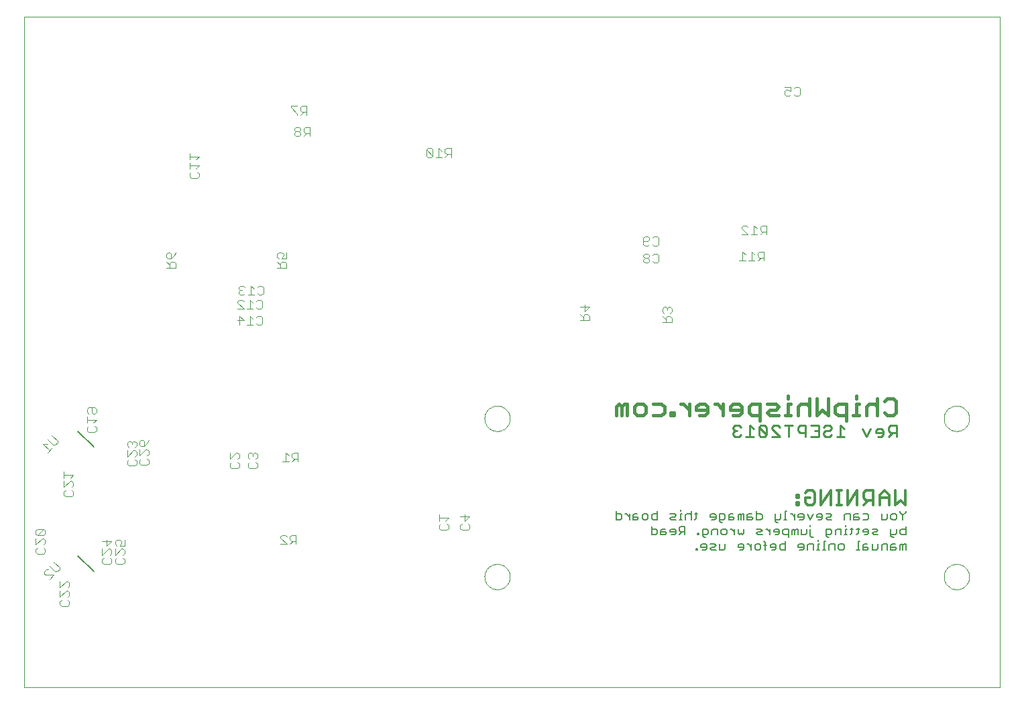
<source format=gbr>
G75*
%MOIN*%
%OFA0B0*%
%FSLAX24Y24*%
%IPPOS*%
%LPD*%
%AMOC8*
5,1,8,0,0,1.08239X$1,22.5*
%
%ADD10C,0.0000*%
%ADD11C,0.0160*%
%ADD12C,0.0110*%
%ADD13C,0.0140*%
%ADD14C,0.0080*%
%ADD15C,0.0040*%
%ADD16C,0.0050*%
D10*
X000650Y000650D02*
X000650Y034020D01*
X049142Y034020D01*
X049142Y000650D01*
X000650Y000650D01*
X023520Y006150D02*
X023522Y006200D01*
X023528Y006250D01*
X023538Y006299D01*
X023552Y006347D01*
X023569Y006394D01*
X023590Y006439D01*
X023615Y006483D01*
X023643Y006524D01*
X023675Y006563D01*
X023709Y006600D01*
X023746Y006634D01*
X023786Y006664D01*
X023828Y006691D01*
X023872Y006715D01*
X023918Y006736D01*
X023965Y006752D01*
X024013Y006765D01*
X024063Y006774D01*
X024112Y006779D01*
X024163Y006780D01*
X024213Y006777D01*
X024262Y006770D01*
X024311Y006759D01*
X024359Y006744D01*
X024405Y006726D01*
X024450Y006704D01*
X024493Y006678D01*
X024534Y006649D01*
X024573Y006617D01*
X024609Y006582D01*
X024641Y006544D01*
X024671Y006504D01*
X024698Y006461D01*
X024721Y006417D01*
X024740Y006371D01*
X024756Y006323D01*
X024768Y006274D01*
X024776Y006225D01*
X024780Y006175D01*
X024780Y006125D01*
X024776Y006075D01*
X024768Y006026D01*
X024756Y005977D01*
X024740Y005929D01*
X024721Y005883D01*
X024698Y005839D01*
X024671Y005796D01*
X024641Y005756D01*
X024609Y005718D01*
X024573Y005683D01*
X024534Y005651D01*
X024493Y005622D01*
X024450Y005596D01*
X024405Y005574D01*
X024359Y005556D01*
X024311Y005541D01*
X024262Y005530D01*
X024213Y005523D01*
X024163Y005520D01*
X024112Y005521D01*
X024063Y005526D01*
X024013Y005535D01*
X023965Y005548D01*
X023918Y005564D01*
X023872Y005585D01*
X023828Y005609D01*
X023786Y005636D01*
X023746Y005666D01*
X023709Y005700D01*
X023675Y005737D01*
X023643Y005776D01*
X023615Y005817D01*
X023590Y005861D01*
X023569Y005906D01*
X023552Y005953D01*
X023538Y006001D01*
X023528Y006050D01*
X023522Y006100D01*
X023520Y006150D01*
X023520Y014024D02*
X023522Y014074D01*
X023528Y014124D01*
X023538Y014173D01*
X023552Y014221D01*
X023569Y014268D01*
X023590Y014313D01*
X023615Y014357D01*
X023643Y014398D01*
X023675Y014437D01*
X023709Y014474D01*
X023746Y014508D01*
X023786Y014538D01*
X023828Y014565D01*
X023872Y014589D01*
X023918Y014610D01*
X023965Y014626D01*
X024013Y014639D01*
X024063Y014648D01*
X024112Y014653D01*
X024163Y014654D01*
X024213Y014651D01*
X024262Y014644D01*
X024311Y014633D01*
X024359Y014618D01*
X024405Y014600D01*
X024450Y014578D01*
X024493Y014552D01*
X024534Y014523D01*
X024573Y014491D01*
X024609Y014456D01*
X024641Y014418D01*
X024671Y014378D01*
X024698Y014335D01*
X024721Y014291D01*
X024740Y014245D01*
X024756Y014197D01*
X024768Y014148D01*
X024776Y014099D01*
X024780Y014049D01*
X024780Y013999D01*
X024776Y013949D01*
X024768Y013900D01*
X024756Y013851D01*
X024740Y013803D01*
X024721Y013757D01*
X024698Y013713D01*
X024671Y013670D01*
X024641Y013630D01*
X024609Y013592D01*
X024573Y013557D01*
X024534Y013525D01*
X024493Y013496D01*
X024450Y013470D01*
X024405Y013448D01*
X024359Y013430D01*
X024311Y013415D01*
X024262Y013404D01*
X024213Y013397D01*
X024163Y013394D01*
X024112Y013395D01*
X024063Y013400D01*
X024013Y013409D01*
X023965Y013422D01*
X023918Y013438D01*
X023872Y013459D01*
X023828Y013483D01*
X023786Y013510D01*
X023746Y013540D01*
X023709Y013574D01*
X023675Y013611D01*
X023643Y013650D01*
X023615Y013691D01*
X023590Y013735D01*
X023569Y013780D01*
X023552Y013827D01*
X023538Y013875D01*
X023528Y013924D01*
X023522Y013974D01*
X023520Y014024D01*
X046355Y014024D02*
X046357Y014074D01*
X046363Y014124D01*
X046373Y014173D01*
X046387Y014221D01*
X046404Y014268D01*
X046425Y014313D01*
X046450Y014357D01*
X046478Y014398D01*
X046510Y014437D01*
X046544Y014474D01*
X046581Y014508D01*
X046621Y014538D01*
X046663Y014565D01*
X046707Y014589D01*
X046753Y014610D01*
X046800Y014626D01*
X046848Y014639D01*
X046898Y014648D01*
X046947Y014653D01*
X046998Y014654D01*
X047048Y014651D01*
X047097Y014644D01*
X047146Y014633D01*
X047194Y014618D01*
X047240Y014600D01*
X047285Y014578D01*
X047328Y014552D01*
X047369Y014523D01*
X047408Y014491D01*
X047444Y014456D01*
X047476Y014418D01*
X047506Y014378D01*
X047533Y014335D01*
X047556Y014291D01*
X047575Y014245D01*
X047591Y014197D01*
X047603Y014148D01*
X047611Y014099D01*
X047615Y014049D01*
X047615Y013999D01*
X047611Y013949D01*
X047603Y013900D01*
X047591Y013851D01*
X047575Y013803D01*
X047556Y013757D01*
X047533Y013713D01*
X047506Y013670D01*
X047476Y013630D01*
X047444Y013592D01*
X047408Y013557D01*
X047369Y013525D01*
X047328Y013496D01*
X047285Y013470D01*
X047240Y013448D01*
X047194Y013430D01*
X047146Y013415D01*
X047097Y013404D01*
X047048Y013397D01*
X046998Y013394D01*
X046947Y013395D01*
X046898Y013400D01*
X046848Y013409D01*
X046800Y013422D01*
X046753Y013438D01*
X046707Y013459D01*
X046663Y013483D01*
X046621Y013510D01*
X046581Y013540D01*
X046544Y013574D01*
X046510Y013611D01*
X046478Y013650D01*
X046450Y013691D01*
X046425Y013735D01*
X046404Y013780D01*
X046387Y013827D01*
X046373Y013875D01*
X046363Y013924D01*
X046357Y013974D01*
X046355Y014024D01*
X046355Y006150D02*
X046357Y006200D01*
X046363Y006250D01*
X046373Y006299D01*
X046387Y006347D01*
X046404Y006394D01*
X046425Y006439D01*
X046450Y006483D01*
X046478Y006524D01*
X046510Y006563D01*
X046544Y006600D01*
X046581Y006634D01*
X046621Y006664D01*
X046663Y006691D01*
X046707Y006715D01*
X046753Y006736D01*
X046800Y006752D01*
X046848Y006765D01*
X046898Y006774D01*
X046947Y006779D01*
X046998Y006780D01*
X047048Y006777D01*
X047097Y006770D01*
X047146Y006759D01*
X047194Y006744D01*
X047240Y006726D01*
X047285Y006704D01*
X047328Y006678D01*
X047369Y006649D01*
X047408Y006617D01*
X047444Y006582D01*
X047476Y006544D01*
X047506Y006504D01*
X047533Y006461D01*
X047556Y006417D01*
X047575Y006371D01*
X047591Y006323D01*
X047603Y006274D01*
X047611Y006225D01*
X047615Y006175D01*
X047615Y006125D01*
X047611Y006075D01*
X047603Y006026D01*
X047591Y005977D01*
X047575Y005929D01*
X047556Y005883D01*
X047533Y005839D01*
X047506Y005796D01*
X047476Y005756D01*
X047444Y005718D01*
X047408Y005683D01*
X047369Y005651D01*
X047328Y005622D01*
X047285Y005596D01*
X047240Y005574D01*
X047194Y005556D01*
X047146Y005541D01*
X047097Y005530D01*
X047048Y005523D01*
X046998Y005520D01*
X046947Y005521D01*
X046898Y005526D01*
X046848Y005535D01*
X046800Y005548D01*
X046753Y005564D01*
X046707Y005585D01*
X046663Y005609D01*
X046621Y005636D01*
X046581Y005666D01*
X046544Y005700D01*
X046510Y005737D01*
X046478Y005776D01*
X046450Y005817D01*
X046425Y005861D01*
X046404Y005906D01*
X046387Y005953D01*
X046373Y006001D01*
X046363Y006050D01*
X046357Y006100D01*
X046355Y006150D01*
D11*
X041515Y013900D02*
X041515Y014740D01*
X041094Y014740D01*
X040954Y014600D01*
X040954Y014320D01*
X041094Y014180D01*
X041515Y014180D01*
X041848Y014180D02*
X042128Y014180D01*
X041988Y014180D02*
X041988Y014740D01*
X042128Y014740D01*
X041988Y015021D02*
X041988Y015161D01*
X042489Y014600D02*
X042629Y014740D01*
X042909Y014740D01*
X043049Y014600D01*
X043049Y014180D02*
X043049Y015021D01*
X043410Y014881D02*
X043550Y015021D01*
X043830Y015021D01*
X043970Y014881D01*
X043970Y014320D01*
X043830Y014180D01*
X043550Y014180D01*
X043410Y014320D01*
X042489Y014180D02*
X042489Y014600D01*
X040594Y014180D02*
X040314Y014460D01*
X040033Y014180D01*
X040033Y015021D01*
X039673Y015021D02*
X039673Y014180D01*
X039673Y014600D02*
X039533Y014740D01*
X039253Y014740D01*
X039113Y014600D01*
X039113Y014180D01*
X038752Y014180D02*
X038472Y014180D01*
X038612Y014180D02*
X038612Y014740D01*
X038752Y014740D01*
X038612Y015021D02*
X038612Y015161D01*
X038138Y014600D02*
X037998Y014740D01*
X037578Y014740D01*
X037718Y014460D02*
X037998Y014460D01*
X038138Y014600D01*
X038138Y014180D02*
X037718Y014180D01*
X037578Y014320D01*
X037718Y014460D01*
X037218Y014180D02*
X036797Y014180D01*
X036657Y014320D01*
X036657Y014600D01*
X036797Y014740D01*
X037218Y014740D01*
X037218Y013900D01*
X036297Y014320D02*
X036297Y014600D01*
X036157Y014740D01*
X035876Y014740D01*
X035736Y014600D01*
X035736Y014460D01*
X036297Y014460D01*
X036297Y014320D02*
X036157Y014180D01*
X035876Y014180D01*
X035376Y014180D02*
X035376Y014740D01*
X035376Y014460D02*
X035096Y014740D01*
X034956Y014740D01*
X034609Y014600D02*
X034469Y014740D01*
X034188Y014740D01*
X034048Y014600D01*
X034048Y014460D01*
X034609Y014460D01*
X034609Y014320D02*
X034609Y014600D01*
X034609Y014320D02*
X034469Y014180D01*
X034188Y014180D01*
X033688Y014180D02*
X033688Y014740D01*
X033688Y014460D02*
X033408Y014740D01*
X033268Y014740D01*
X032921Y014320D02*
X032780Y014320D01*
X032780Y014180D01*
X032921Y014180D01*
X032921Y014320D01*
X032460Y014320D02*
X032460Y014600D01*
X032320Y014740D01*
X031900Y014740D01*
X031539Y014600D02*
X031399Y014740D01*
X031119Y014740D01*
X030979Y014600D01*
X030979Y014320D01*
X031119Y014180D01*
X031399Y014180D01*
X031539Y014320D01*
X031539Y014600D01*
X031900Y014180D02*
X032320Y014180D01*
X032460Y014320D01*
X030619Y014180D02*
X030619Y014740D01*
X030478Y014740D01*
X030338Y014600D01*
X030198Y014740D01*
X030058Y014600D01*
X030058Y014180D01*
X030338Y014180D02*
X030338Y014600D01*
X040594Y015021D02*
X040594Y014180D01*
D12*
X040674Y013696D02*
X040477Y013696D01*
X040379Y013597D01*
X040477Y013400D02*
X040379Y013302D01*
X040379Y013203D01*
X040477Y013105D01*
X040674Y013105D01*
X040772Y013203D01*
X040674Y013400D02*
X040477Y013400D01*
X040674Y013400D02*
X040772Y013499D01*
X040772Y013597D01*
X040674Y013696D01*
X041220Y013696D02*
X041417Y013499D01*
X041220Y013696D02*
X041220Y013105D01*
X041417Y013105D02*
X041023Y013105D01*
X040128Y013105D02*
X039734Y013105D01*
X039483Y013105D02*
X039483Y013696D01*
X039188Y013696D01*
X039089Y013597D01*
X039089Y013400D01*
X039188Y013302D01*
X039483Y013302D01*
X039931Y013400D02*
X040128Y013400D01*
X040128Y013105D02*
X040128Y013696D01*
X039734Y013696D01*
X038839Y013696D02*
X038445Y013696D01*
X038642Y013696D02*
X038642Y013105D01*
X038194Y013105D02*
X037800Y013499D01*
X037800Y013597D01*
X037899Y013696D01*
X038096Y013696D01*
X038194Y013597D01*
X038194Y013105D02*
X037800Y013105D01*
X037550Y013203D02*
X037156Y013597D01*
X037156Y013203D01*
X037254Y013105D01*
X037451Y013105D01*
X037550Y013203D01*
X037550Y013597D01*
X037451Y013696D01*
X037254Y013696D01*
X037156Y013597D01*
X036905Y013499D02*
X036708Y013696D01*
X036708Y013105D01*
X036905Y013105D02*
X036511Y013105D01*
X036260Y013203D02*
X036162Y013105D01*
X035965Y013105D01*
X035867Y013203D01*
X035867Y013302D01*
X035965Y013400D01*
X036064Y013400D01*
X035965Y013400D02*
X035867Y013499D01*
X035867Y013597D01*
X035965Y013696D01*
X036162Y013696D01*
X036260Y013597D01*
X042312Y013499D02*
X042509Y013105D01*
X042706Y013499D01*
X042957Y013400D02*
X042957Y013302D01*
X043350Y013302D01*
X043350Y013400D02*
X043350Y013203D01*
X043252Y013105D01*
X043055Y013105D01*
X042957Y013400D02*
X043055Y013499D01*
X043252Y013499D01*
X043350Y013400D01*
X043601Y013400D02*
X043700Y013302D01*
X043995Y013302D01*
X043798Y013302D02*
X043601Y013105D01*
X043601Y013400D02*
X043601Y013597D01*
X043700Y013696D01*
X043995Y013696D01*
X043995Y013105D01*
D13*
X043950Y010441D02*
X043950Y009720D01*
X044190Y009960D01*
X044430Y009720D01*
X044430Y010441D01*
X043638Y010200D02*
X043638Y009720D01*
X043638Y010080D02*
X043158Y010080D01*
X043158Y010200D02*
X043158Y009720D01*
X042846Y009720D02*
X042846Y010441D01*
X042486Y010441D01*
X042366Y010321D01*
X042366Y010080D01*
X042486Y009960D01*
X042846Y009960D01*
X042606Y009960D02*
X042366Y009720D01*
X042054Y009720D02*
X042054Y010441D01*
X041574Y009720D01*
X041574Y010441D01*
X041262Y010441D02*
X041022Y010441D01*
X041142Y010441D02*
X041142Y009720D01*
X041262Y009720D02*
X041022Y009720D01*
X040735Y009720D02*
X040735Y010441D01*
X040254Y009720D01*
X040254Y010441D01*
X039943Y010321D02*
X039943Y009840D01*
X039823Y009720D01*
X039582Y009720D01*
X039462Y009840D01*
X039462Y010080D01*
X039702Y010080D01*
X039462Y010321D02*
X039582Y010441D01*
X039823Y010441D01*
X039943Y010321D01*
X039151Y010200D02*
X039151Y010080D01*
X039031Y010080D01*
X039031Y010200D01*
X039151Y010200D01*
X039151Y009840D02*
X039151Y009720D01*
X039031Y009720D01*
X039031Y009840D01*
X039151Y009840D01*
X043158Y010200D02*
X043398Y010441D01*
X043638Y010200D01*
D14*
X043539Y009270D02*
X043539Y009060D01*
X043469Y008990D01*
X043259Y008990D01*
X043259Y009270D01*
X043719Y009200D02*
X043789Y009270D01*
X043930Y009270D01*
X044000Y009200D01*
X044000Y009060D01*
X043930Y008990D01*
X043789Y008990D01*
X043719Y009060D01*
X043719Y009200D01*
X044180Y009340D02*
X044180Y009410D01*
X044180Y009340D02*
X044320Y009200D01*
X044320Y008990D01*
X044320Y009200D02*
X044460Y009340D01*
X044460Y009410D01*
X044460Y008660D02*
X044460Y008240D01*
X044250Y008240D01*
X044180Y008310D01*
X044180Y008450D01*
X044250Y008520D01*
X044460Y008520D01*
X044000Y008520D02*
X044000Y008310D01*
X043930Y008240D01*
X043719Y008240D01*
X043719Y008170D02*
X043719Y008520D01*
X043719Y008170D02*
X043789Y008100D01*
X043859Y008100D01*
X043789Y007770D02*
X043719Y007700D01*
X043719Y007490D01*
X043930Y007490D01*
X044000Y007560D01*
X043930Y007630D01*
X043719Y007630D01*
X043789Y007770D02*
X043930Y007770D01*
X044180Y007700D02*
X044180Y007490D01*
X044320Y007490D02*
X044320Y007700D01*
X044250Y007770D01*
X044180Y007700D01*
X044320Y007700D02*
X044390Y007770D01*
X044460Y007770D01*
X044460Y007490D01*
X043539Y007490D02*
X043539Y007770D01*
X043329Y007770D01*
X043259Y007700D01*
X043259Y007490D01*
X043079Y007560D02*
X043009Y007490D01*
X042799Y007490D01*
X042799Y007770D01*
X042548Y007770D02*
X042408Y007770D01*
X042338Y007700D01*
X042338Y007490D01*
X042548Y007490D01*
X042618Y007560D01*
X042548Y007630D01*
X042338Y007630D01*
X042158Y007490D02*
X042018Y007490D01*
X042088Y007490D02*
X042088Y007910D01*
X042158Y007910D01*
X042018Y008240D02*
X042088Y008310D01*
X042088Y008590D01*
X042158Y008520D02*
X042018Y008520D01*
X041851Y008520D02*
X041711Y008520D01*
X041781Y008590D02*
X041781Y008310D01*
X041711Y008240D01*
X041544Y008240D02*
X041404Y008240D01*
X041474Y008240D02*
X041474Y008520D01*
X041544Y008520D01*
X041474Y008660D02*
X041474Y008730D01*
X041417Y008990D02*
X041417Y009200D01*
X041487Y009270D01*
X041698Y009270D01*
X041698Y008990D01*
X041878Y008990D02*
X042088Y008990D01*
X042158Y009060D01*
X042088Y009130D01*
X041878Y009130D01*
X041878Y009200D02*
X041878Y008990D01*
X041878Y009200D02*
X041948Y009270D01*
X042088Y009270D01*
X042338Y009270D02*
X042548Y009270D01*
X042618Y009200D01*
X042618Y009060D01*
X042548Y008990D01*
X042338Y008990D01*
X042408Y008520D02*
X042338Y008450D01*
X042338Y008380D01*
X042618Y008380D01*
X042618Y008310D02*
X042618Y008450D01*
X042548Y008520D01*
X042408Y008520D01*
X042408Y008240D02*
X042548Y008240D01*
X042618Y008310D01*
X042799Y008310D02*
X042869Y008380D01*
X043009Y008380D01*
X043079Y008450D01*
X043009Y008520D01*
X042799Y008520D01*
X042799Y008310D02*
X042869Y008240D01*
X043079Y008240D01*
X043079Y007770D02*
X043079Y007560D01*
X041391Y007560D02*
X041321Y007490D01*
X041181Y007490D01*
X041110Y007560D01*
X041110Y007700D01*
X041181Y007770D01*
X041321Y007770D01*
X041391Y007700D01*
X041391Y007560D01*
X040930Y007490D02*
X040930Y007770D01*
X040720Y007770D01*
X040650Y007700D01*
X040650Y007490D01*
X040470Y007490D02*
X040330Y007490D01*
X040400Y007490D02*
X040400Y007910D01*
X040470Y007910D01*
X040567Y008100D02*
X040497Y008170D01*
X040497Y008520D01*
X040707Y008520D01*
X040777Y008450D01*
X040777Y008310D01*
X040707Y008240D01*
X040497Y008240D01*
X040567Y008100D02*
X040637Y008100D01*
X040957Y008240D02*
X040957Y008450D01*
X041027Y008520D01*
X041237Y008520D01*
X041237Y008240D01*
X040777Y008990D02*
X040567Y008990D01*
X040497Y009060D01*
X040567Y009130D01*
X040707Y009130D01*
X040777Y009200D01*
X040707Y009270D01*
X040497Y009270D01*
X040316Y009200D02*
X040246Y009270D01*
X040106Y009270D01*
X040036Y009200D01*
X040036Y009130D01*
X040316Y009130D01*
X040316Y009060D02*
X040316Y009200D01*
X040316Y009060D02*
X040246Y008990D01*
X040106Y008990D01*
X039856Y009270D02*
X039716Y008990D01*
X039576Y009270D01*
X039396Y009200D02*
X039326Y009270D01*
X039186Y009270D01*
X039115Y009200D01*
X039115Y009130D01*
X039396Y009130D01*
X039396Y009060D02*
X039396Y009200D01*
X039396Y009060D02*
X039326Y008990D01*
X039186Y008990D01*
X038935Y008990D02*
X038935Y009270D01*
X038795Y009270D02*
X038725Y009270D01*
X038795Y009270D02*
X038935Y009130D01*
X038552Y008990D02*
X038412Y008990D01*
X038482Y008990D02*
X038482Y009410D01*
X038552Y009410D01*
X038245Y009270D02*
X038245Y009060D01*
X038175Y008990D01*
X037964Y008990D01*
X037964Y008920D02*
X038035Y008850D01*
X038105Y008850D01*
X037964Y008920D02*
X037964Y009270D01*
X037324Y009200D02*
X037254Y009270D01*
X037044Y009270D01*
X037044Y009410D02*
X037044Y008990D01*
X037254Y008990D01*
X037324Y009060D01*
X037324Y009200D01*
X036864Y009060D02*
X036793Y009130D01*
X036583Y009130D01*
X036583Y009200D02*
X036583Y008990D01*
X036793Y008990D01*
X036864Y009060D01*
X036793Y009270D02*
X036653Y009270D01*
X036583Y009200D01*
X036403Y009270D02*
X036403Y008990D01*
X036263Y008990D02*
X036263Y009200D01*
X036193Y009270D01*
X036123Y009200D01*
X036123Y008990D01*
X035943Y009060D02*
X035873Y009130D01*
X035663Y009130D01*
X035663Y009200D02*
X035663Y008990D01*
X035873Y008990D01*
X035943Y009060D01*
X035873Y009270D02*
X035733Y009270D01*
X035663Y009200D01*
X035482Y009200D02*
X035482Y009060D01*
X035412Y008990D01*
X035202Y008990D01*
X035202Y008920D02*
X035202Y009270D01*
X035412Y009270D01*
X035482Y009200D01*
X035342Y008850D02*
X035272Y008850D01*
X035202Y008920D01*
X035022Y009060D02*
X035022Y009200D01*
X034952Y009270D01*
X034812Y009270D01*
X034742Y009200D01*
X034742Y009130D01*
X035022Y009130D01*
X035022Y009060D02*
X034952Y008990D01*
X034812Y008990D01*
X034101Y009270D02*
X033961Y009270D01*
X034031Y009340D02*
X034031Y009060D01*
X033961Y008990D01*
X033794Y008990D02*
X033794Y009410D01*
X033724Y009270D02*
X033584Y009270D01*
X033514Y009200D01*
X033514Y008990D01*
X033334Y008990D02*
X033194Y008990D01*
X033264Y008990D02*
X033264Y009270D01*
X033334Y009270D01*
X033264Y009410D02*
X033264Y009480D01*
X033027Y009200D02*
X032957Y009130D01*
X032817Y009130D01*
X032747Y009060D01*
X032817Y008990D01*
X033027Y008990D01*
X033027Y009200D02*
X032957Y009270D01*
X032747Y009270D01*
X032106Y009270D02*
X031896Y009270D01*
X031826Y009200D01*
X031826Y009060D01*
X031896Y008990D01*
X032106Y008990D01*
X032106Y009410D01*
X031646Y009200D02*
X031646Y009060D01*
X031576Y008990D01*
X031436Y008990D01*
X031366Y009060D01*
X031366Y009200D01*
X031436Y009270D01*
X031576Y009270D01*
X031646Y009200D01*
X031185Y009060D02*
X031115Y009130D01*
X030905Y009130D01*
X030905Y009200D02*
X030905Y008990D01*
X031115Y008990D01*
X031185Y009060D01*
X031115Y009270D02*
X030975Y009270D01*
X030905Y009200D01*
X030725Y009130D02*
X030585Y009270D01*
X030515Y009270D01*
X030341Y009200D02*
X030271Y009270D01*
X030061Y009270D01*
X030061Y009410D02*
X030061Y008990D01*
X030271Y008990D01*
X030341Y009060D01*
X030341Y009200D01*
X030725Y009270D02*
X030725Y008990D01*
X031826Y008660D02*
X031826Y008240D01*
X032036Y008240D01*
X032106Y008310D01*
X032106Y008450D01*
X032036Y008520D01*
X031826Y008520D01*
X032286Y008450D02*
X032286Y008240D01*
X032496Y008240D01*
X032567Y008310D01*
X032496Y008380D01*
X032286Y008380D01*
X032286Y008450D02*
X032356Y008520D01*
X032496Y008520D01*
X032747Y008450D02*
X032747Y008380D01*
X033027Y008380D01*
X033027Y008310D02*
X033027Y008450D01*
X032957Y008520D01*
X032817Y008520D01*
X032747Y008450D01*
X032817Y008240D02*
X032957Y008240D01*
X033027Y008310D01*
X033207Y008240D02*
X033347Y008380D01*
X033277Y008380D02*
X033487Y008380D01*
X033487Y008240D02*
X033487Y008660D01*
X033277Y008660D01*
X033207Y008590D01*
X033207Y008450D01*
X033277Y008380D01*
X034108Y008310D02*
X034108Y008240D01*
X034178Y008240D01*
X034178Y008310D01*
X034108Y008310D01*
X034358Y008240D02*
X034568Y008240D01*
X034638Y008310D01*
X034638Y008450D01*
X034568Y008520D01*
X034358Y008520D01*
X034358Y008170D01*
X034428Y008100D01*
X034498Y008100D01*
X034492Y007770D02*
X034351Y007770D01*
X034281Y007700D01*
X034281Y007630D01*
X034562Y007630D01*
X034562Y007560D02*
X034562Y007700D01*
X034492Y007770D01*
X034562Y007560D02*
X034492Y007490D01*
X034351Y007490D01*
X034101Y007490D02*
X034031Y007490D01*
X034031Y007560D01*
X034101Y007560D01*
X034101Y007490D01*
X034742Y007560D02*
X034812Y007630D01*
X034952Y007630D01*
X035022Y007700D01*
X034952Y007770D01*
X034742Y007770D01*
X034742Y007560D02*
X034812Y007490D01*
X035022Y007490D01*
X035202Y007490D02*
X035202Y007770D01*
X035202Y007490D02*
X035412Y007490D01*
X035482Y007560D01*
X035482Y007770D01*
X036123Y007700D02*
X036123Y007630D01*
X036403Y007630D01*
X036403Y007560D02*
X036403Y007700D01*
X036333Y007770D01*
X036193Y007770D01*
X036123Y007700D01*
X036193Y007490D02*
X036333Y007490D01*
X036403Y007560D01*
X036577Y007770D02*
X036647Y007770D01*
X036787Y007630D01*
X036787Y007490D02*
X036787Y007770D01*
X036967Y007700D02*
X037037Y007770D01*
X037177Y007770D01*
X037247Y007700D01*
X037247Y007560D01*
X037177Y007490D01*
X037037Y007490D01*
X036967Y007560D01*
X036967Y007700D01*
X037414Y007700D02*
X037554Y007700D01*
X037484Y007840D02*
X037414Y007910D01*
X037484Y007840D02*
X037484Y007490D01*
X037734Y007630D02*
X038015Y007630D01*
X038015Y007560D02*
X038015Y007700D01*
X037944Y007770D01*
X037804Y007770D01*
X037734Y007700D01*
X037734Y007630D01*
X037804Y007490D02*
X037944Y007490D01*
X038015Y007560D01*
X038195Y007560D02*
X038195Y007700D01*
X038265Y007770D01*
X038475Y007770D01*
X038475Y007910D02*
X038475Y007490D01*
X038265Y007490D01*
X038195Y007560D01*
X038628Y008100D02*
X038628Y008520D01*
X038418Y008520D01*
X038348Y008450D01*
X038348Y008310D01*
X038418Y008240D01*
X038628Y008240D01*
X038809Y008240D02*
X038809Y008450D01*
X038879Y008520D01*
X038949Y008450D01*
X038949Y008240D01*
X039089Y008240D02*
X039089Y008520D01*
X039019Y008520D01*
X038949Y008450D01*
X039269Y008520D02*
X039269Y008240D01*
X039479Y008240D01*
X039549Y008310D01*
X039549Y008520D01*
X039716Y008520D02*
X039716Y008170D01*
X039786Y008100D01*
X039856Y008100D01*
X040093Y007980D02*
X040093Y007910D01*
X040093Y007770D02*
X040093Y007490D01*
X040163Y007490D02*
X040023Y007490D01*
X039856Y007490D02*
X039856Y007770D01*
X039646Y007770D01*
X039576Y007700D01*
X039576Y007490D01*
X039396Y007560D02*
X039396Y007700D01*
X039326Y007770D01*
X039186Y007770D01*
X039115Y007700D01*
X039115Y007630D01*
X039396Y007630D01*
X039396Y007560D02*
X039326Y007490D01*
X039186Y007490D01*
X040093Y007770D02*
X040163Y007770D01*
X039716Y008660D02*
X039716Y008730D01*
X038168Y008450D02*
X038098Y008520D01*
X037958Y008520D01*
X037888Y008450D01*
X037888Y008380D01*
X038168Y008380D01*
X038168Y008310D02*
X038168Y008450D01*
X038168Y008310D02*
X038098Y008240D01*
X037958Y008240D01*
X037708Y008240D02*
X037708Y008520D01*
X037708Y008380D02*
X037567Y008520D01*
X037497Y008520D01*
X037324Y008450D02*
X037254Y008520D01*
X037044Y008520D01*
X037114Y008380D02*
X037254Y008380D01*
X037324Y008450D01*
X037324Y008240D02*
X037114Y008240D01*
X037044Y008310D01*
X037114Y008380D01*
X036403Y008310D02*
X036333Y008240D01*
X036263Y008310D01*
X036193Y008240D01*
X036123Y008310D01*
X036123Y008520D01*
X035943Y008520D02*
X035943Y008240D01*
X035943Y008380D02*
X035803Y008520D01*
X035733Y008520D01*
X035559Y008450D02*
X035559Y008310D01*
X035489Y008240D01*
X035349Y008240D01*
X035279Y008310D01*
X035279Y008450D01*
X035349Y008520D01*
X035489Y008520D01*
X035559Y008450D01*
X035099Y008520D02*
X034889Y008520D01*
X034818Y008450D01*
X034818Y008240D01*
X035099Y008240D02*
X035099Y008520D01*
X033794Y009200D02*
X033724Y009270D01*
X036263Y009200D02*
X036333Y009270D01*
X036403Y009270D01*
X036403Y008520D02*
X036403Y008310D01*
D15*
X022780Y008547D02*
X022704Y008470D01*
X022397Y008470D01*
X022320Y008547D01*
X022320Y008700D01*
X022397Y008777D01*
X022550Y008930D02*
X022550Y009237D01*
X022320Y009161D02*
X022780Y009161D01*
X022550Y008930D01*
X022704Y008777D02*
X022780Y008700D01*
X022780Y008547D01*
X021730Y008547D02*
X021654Y008470D01*
X021347Y008470D01*
X021270Y008547D01*
X021270Y008700D01*
X021347Y008777D01*
X021270Y008930D02*
X021270Y009237D01*
X021270Y009084D02*
X021730Y009084D01*
X021577Y008930D01*
X021654Y008777D02*
X021730Y008700D01*
X021730Y008547D01*
X014151Y008230D02*
X014151Y007770D01*
X014151Y007923D02*
X013921Y007923D01*
X013844Y008000D01*
X013844Y008154D01*
X013921Y008230D01*
X014151Y008230D01*
X013997Y007923D02*
X013844Y007770D01*
X013690Y007770D02*
X013383Y008077D01*
X013383Y008154D01*
X013460Y008230D01*
X013614Y008230D01*
X013690Y008154D01*
X013690Y007770D02*
X013383Y007770D01*
X012154Y011549D02*
X011847Y011549D01*
X011770Y011626D01*
X011770Y011779D01*
X011847Y011856D01*
X011847Y012010D02*
X011770Y012086D01*
X011770Y012240D01*
X011847Y012317D01*
X011923Y012317D01*
X012000Y012240D01*
X012000Y012163D01*
X012000Y012240D02*
X012077Y012317D01*
X012154Y012317D01*
X012230Y012240D01*
X012230Y012086D01*
X012154Y012010D01*
X012154Y011856D02*
X012230Y011779D01*
X012230Y011626D01*
X012154Y011549D01*
X011330Y011626D02*
X011254Y011549D01*
X010947Y011549D01*
X010870Y011626D01*
X010870Y011779D01*
X010947Y011856D01*
X010870Y012010D02*
X011177Y012317D01*
X011254Y012317D01*
X011330Y012240D01*
X011330Y012086D01*
X011254Y012010D01*
X011254Y011856D02*
X011330Y011779D01*
X011330Y011626D01*
X010870Y012010D02*
X010870Y012317D01*
X013483Y011870D02*
X013790Y011870D01*
X013637Y011870D02*
X013637Y012330D01*
X013790Y012177D01*
X013944Y012254D02*
X013944Y012100D01*
X014021Y012023D01*
X014251Y012023D01*
X014251Y011870D02*
X014251Y012330D01*
X014021Y012330D01*
X013944Y012254D01*
X014097Y012023D02*
X013944Y011870D01*
X006830Y011797D02*
X006754Y011720D01*
X006447Y011720D01*
X006370Y011797D01*
X006370Y011950D01*
X006447Y012027D01*
X006370Y012180D02*
X006677Y012487D01*
X006754Y012487D01*
X006830Y012411D01*
X006830Y012257D01*
X006754Y012180D01*
X006754Y012027D02*
X006830Y011950D01*
X006830Y011797D01*
X006370Y012180D02*
X006370Y012487D01*
X006447Y012641D02*
X006370Y012718D01*
X006370Y012871D01*
X006447Y012948D01*
X006523Y012948D01*
X006600Y012871D01*
X006600Y012641D01*
X006447Y012641D01*
X006600Y012641D02*
X006754Y012794D01*
X006830Y012948D01*
X006230Y012821D02*
X006154Y012898D01*
X006077Y012898D01*
X006000Y012821D01*
X005923Y012898D01*
X005847Y012898D01*
X005770Y012821D01*
X005770Y012668D01*
X005847Y012591D01*
X005770Y012437D02*
X005770Y012130D01*
X006077Y012437D01*
X006154Y012437D01*
X006230Y012361D01*
X006230Y012207D01*
X006154Y012130D01*
X006154Y011977D02*
X006230Y011900D01*
X006230Y011747D01*
X006154Y011670D01*
X005847Y011670D01*
X005770Y011747D01*
X005770Y011900D01*
X005847Y011977D01*
X006154Y012591D02*
X006230Y012668D01*
X006230Y012821D01*
X006000Y012821D02*
X006000Y012744D01*
X004230Y013416D02*
X004154Y013339D01*
X003847Y013339D01*
X003770Y013416D01*
X003770Y013569D01*
X003847Y013646D01*
X003770Y013799D02*
X003770Y014106D01*
X003770Y013953D02*
X004230Y013953D01*
X004077Y013799D01*
X004154Y013646D02*
X004230Y013569D01*
X004230Y013416D01*
X004154Y014260D02*
X004077Y014260D01*
X004000Y014336D01*
X004000Y014567D01*
X003847Y014567D02*
X004154Y014567D01*
X004230Y014490D01*
X004230Y014336D01*
X004154Y014260D01*
X003847Y014260D02*
X003770Y014336D01*
X003770Y014490D01*
X003847Y014567D01*
X002290Y012925D02*
X002019Y013196D01*
X001802Y012979D02*
X002073Y012708D01*
X002182Y012708D01*
X002290Y012816D01*
X002290Y012925D01*
X002019Y012545D02*
X001802Y012328D01*
X001910Y012436D02*
X001585Y012762D01*
X001802Y012762D01*
X002620Y011367D02*
X002620Y011060D01*
X002620Y011213D02*
X003080Y011213D01*
X002927Y011060D01*
X002927Y010906D02*
X003004Y010906D01*
X003080Y010829D01*
X003080Y010676D01*
X003004Y010599D01*
X003004Y010446D02*
X003080Y010369D01*
X003080Y010216D01*
X003004Y010139D01*
X002697Y010139D01*
X002620Y010216D01*
X002620Y010369D01*
X002697Y010446D01*
X002620Y010599D02*
X002927Y010906D01*
X002620Y010906D02*
X002620Y010599D01*
X001604Y008517D02*
X001297Y008210D01*
X001220Y008286D01*
X001220Y008440D01*
X001297Y008517D01*
X001604Y008517D01*
X001680Y008440D01*
X001680Y008286D01*
X001604Y008210D01*
X001297Y008210D01*
X001220Y008056D02*
X001220Y007749D01*
X001527Y008056D01*
X001604Y008056D01*
X001680Y007979D01*
X001680Y007826D01*
X001604Y007749D01*
X001604Y007596D02*
X001680Y007519D01*
X001680Y007366D01*
X001604Y007289D01*
X001297Y007289D01*
X001220Y007366D01*
X001220Y007519D01*
X001297Y007596D01*
X002119Y006896D02*
X002390Y006625D01*
X002390Y006516D01*
X002282Y006408D01*
X002173Y006408D01*
X001902Y006679D01*
X001848Y006516D02*
X001739Y006516D01*
X001631Y006408D01*
X001631Y006299D01*
X001685Y006245D01*
X002119Y006245D01*
X001902Y006028D01*
X002420Y005917D02*
X002420Y005610D01*
X002727Y005917D01*
X002804Y005917D01*
X002880Y005840D01*
X002880Y005686D01*
X002804Y005610D01*
X002804Y005456D02*
X002880Y005379D01*
X002880Y005226D01*
X002804Y005149D01*
X002804Y004996D02*
X002880Y004919D01*
X002880Y004766D01*
X002804Y004689D01*
X002497Y004689D01*
X002420Y004766D01*
X002420Y004919D01*
X002497Y004996D01*
X002420Y005149D02*
X002727Y005456D01*
X002804Y005456D01*
X002420Y005456D02*
X002420Y005149D01*
X004520Y006847D02*
X004597Y006770D01*
X004904Y006770D01*
X004980Y006847D01*
X004980Y007000D01*
X004904Y007077D01*
X004904Y007230D02*
X004980Y007307D01*
X004980Y007461D01*
X004904Y007537D01*
X004827Y007537D01*
X004520Y007230D01*
X004520Y007537D01*
X004750Y007691D02*
X004750Y007998D01*
X004520Y007921D02*
X004980Y007921D01*
X004750Y007691D01*
X005170Y007768D02*
X005170Y007921D01*
X005247Y007998D01*
X005400Y007998D01*
X005477Y007921D01*
X005477Y007844D01*
X005400Y007691D01*
X005630Y007691D01*
X005630Y007998D01*
X005554Y007537D02*
X005630Y007461D01*
X005630Y007307D01*
X005554Y007230D01*
X005554Y007077D02*
X005630Y007000D01*
X005630Y006847D01*
X005554Y006770D01*
X005247Y006770D01*
X005170Y006847D01*
X005170Y007000D01*
X005247Y007077D01*
X005170Y007230D02*
X005477Y007537D01*
X005554Y007537D01*
X005247Y007691D02*
X005170Y007768D01*
X005170Y007537D02*
X005170Y007230D01*
X004597Y007077D02*
X004520Y007000D01*
X004520Y006847D01*
X011329Y018670D02*
X011329Y019130D01*
X011559Y018900D01*
X011252Y018900D01*
X011713Y018670D02*
X012020Y018670D01*
X011866Y018670D02*
X011866Y019130D01*
X012020Y018977D01*
X012173Y019054D02*
X012250Y019130D01*
X012403Y019130D01*
X012480Y019054D01*
X012480Y018747D01*
X012403Y018670D01*
X012250Y018670D01*
X012173Y018747D01*
X012250Y019470D02*
X012173Y019547D01*
X012250Y019470D02*
X012403Y019470D01*
X012480Y019547D01*
X012480Y019854D01*
X012403Y019930D01*
X012250Y019930D01*
X012173Y019854D01*
X012020Y019777D02*
X011866Y019930D01*
X011866Y019470D01*
X011713Y019470D02*
X012020Y019470D01*
X011559Y019470D02*
X011252Y019777D01*
X011252Y019854D01*
X011329Y019930D01*
X011482Y019930D01*
X011559Y019854D01*
X011532Y020170D02*
X011609Y020247D01*
X011532Y020170D02*
X011379Y020170D01*
X011302Y020247D01*
X011302Y020323D01*
X011379Y020400D01*
X011456Y020400D01*
X011379Y020400D02*
X011302Y020477D01*
X011302Y020554D01*
X011379Y020630D01*
X011532Y020630D01*
X011609Y020554D01*
X011916Y020630D02*
X012070Y020477D01*
X012223Y020554D02*
X012300Y020630D01*
X012453Y020630D01*
X012530Y020554D01*
X012530Y020247D01*
X012453Y020170D01*
X012300Y020170D01*
X012223Y020247D01*
X012070Y020170D02*
X011763Y020170D01*
X011916Y020170D02*
X011916Y020630D01*
X013220Y021520D02*
X013680Y021520D01*
X013680Y021750D01*
X013604Y021827D01*
X013450Y021827D01*
X013373Y021750D01*
X013373Y021520D01*
X013373Y021673D02*
X013220Y021827D01*
X013297Y021980D02*
X013220Y022057D01*
X013220Y022211D01*
X013297Y022287D01*
X013450Y022287D01*
X013527Y022211D01*
X013527Y022134D01*
X013450Y021980D01*
X013680Y021980D01*
X013680Y022287D01*
X011559Y019470D02*
X011252Y019470D01*
X008180Y021520D02*
X007720Y021520D01*
X007873Y021520D02*
X007873Y021750D01*
X007950Y021827D01*
X008104Y021827D01*
X008180Y021750D01*
X008180Y021520D01*
X007873Y021673D02*
X007720Y021827D01*
X007797Y021980D02*
X007720Y022057D01*
X007720Y022211D01*
X007797Y022287D01*
X007873Y022287D01*
X007950Y022211D01*
X007950Y021980D01*
X007797Y021980D01*
X007950Y021980D02*
X008104Y022134D01*
X008180Y022287D01*
X008947Y025989D02*
X008870Y026066D01*
X008870Y026219D01*
X008947Y026296D01*
X008870Y026449D02*
X008870Y026756D01*
X008870Y026603D02*
X009330Y026603D01*
X009177Y026449D01*
X009254Y026296D02*
X009330Y026219D01*
X009330Y026066D01*
X009254Y025989D01*
X008947Y025989D01*
X008870Y026910D02*
X008870Y027217D01*
X008870Y027063D02*
X009330Y027063D01*
X009177Y026910D01*
X014063Y028147D02*
X014139Y028070D01*
X014293Y028070D01*
X014370Y028147D01*
X014370Y028223D01*
X014293Y028300D01*
X014139Y028300D01*
X014063Y028223D01*
X014063Y028147D01*
X014139Y028300D02*
X014063Y028377D01*
X014063Y028454D01*
X014139Y028530D01*
X014293Y028530D01*
X014370Y028454D01*
X014370Y028377D01*
X014293Y028300D01*
X014523Y028300D02*
X014600Y028223D01*
X014830Y028223D01*
X014830Y028070D02*
X014830Y028530D01*
X014600Y028530D01*
X014523Y028454D01*
X014523Y028300D01*
X014677Y028223D02*
X014523Y028070D01*
X014373Y029120D02*
X014527Y029273D01*
X014450Y029273D02*
X014680Y029273D01*
X014680Y029120D02*
X014680Y029580D01*
X014450Y029580D01*
X014373Y029504D01*
X014373Y029350D01*
X014450Y029273D01*
X014220Y029197D02*
X014220Y029120D01*
X014220Y029197D02*
X013913Y029504D01*
X013913Y029580D01*
X014220Y029580D01*
X020633Y027404D02*
X020940Y027097D01*
X020864Y027020D01*
X020710Y027020D01*
X020633Y027097D01*
X020633Y027404D01*
X020710Y027480D01*
X020864Y027480D01*
X020940Y027404D01*
X020940Y027097D01*
X021094Y027020D02*
X021401Y027020D01*
X021554Y027020D02*
X021708Y027173D01*
X021631Y027173D02*
X021861Y027173D01*
X021861Y027020D02*
X021861Y027480D01*
X021631Y027480D01*
X021554Y027404D01*
X021554Y027250D01*
X021631Y027173D01*
X021401Y027327D02*
X021247Y027480D01*
X021247Y027020D01*
X031413Y023004D02*
X031413Y022697D01*
X031489Y022620D01*
X031643Y022620D01*
X031720Y022697D01*
X031873Y022697D02*
X031950Y022620D01*
X032103Y022620D01*
X032180Y022697D01*
X032180Y023004D01*
X032103Y023080D01*
X031950Y023080D01*
X031873Y023004D01*
X031720Y023004D02*
X031720Y022927D01*
X031643Y022850D01*
X031413Y022850D01*
X031413Y023004D02*
X031489Y023080D01*
X031643Y023080D01*
X031720Y023004D01*
X031643Y022230D02*
X031489Y022230D01*
X031413Y022154D01*
X031413Y022077D01*
X031489Y022000D01*
X031643Y022000D01*
X031720Y022077D01*
X031720Y022154D01*
X031643Y022230D01*
X031643Y022000D02*
X031720Y021923D01*
X031720Y021847D01*
X031643Y021770D01*
X031489Y021770D01*
X031413Y021847D01*
X031413Y021923D01*
X031489Y022000D01*
X031873Y021847D02*
X031950Y021770D01*
X032103Y021770D01*
X032180Y021847D01*
X032180Y022154D01*
X032103Y022230D01*
X031950Y022230D01*
X031873Y022154D01*
X032447Y019567D02*
X032370Y019490D01*
X032370Y019336D01*
X032447Y019260D01*
X032370Y019106D02*
X032523Y018953D01*
X032523Y019029D02*
X032523Y018799D01*
X032370Y018799D02*
X032830Y018799D01*
X032830Y019029D01*
X032754Y019106D01*
X032600Y019106D01*
X032523Y019029D01*
X032754Y019260D02*
X032830Y019336D01*
X032830Y019490D01*
X032754Y019567D01*
X032677Y019567D01*
X032600Y019490D01*
X032523Y019567D01*
X032447Y019567D01*
X032600Y019490D02*
X032600Y019413D01*
X028730Y019590D02*
X028500Y019360D01*
X028500Y019667D01*
X028270Y019590D02*
X028730Y019590D01*
X028654Y019206D02*
X028500Y019206D01*
X028423Y019129D01*
X028423Y018899D01*
X028270Y018899D02*
X028730Y018899D01*
X028730Y019129D01*
X028654Y019206D01*
X028423Y019053D02*
X028270Y019206D01*
X036183Y021870D02*
X036490Y021870D01*
X036337Y021870D02*
X036337Y022330D01*
X036490Y022177D01*
X036644Y021870D02*
X036951Y021870D01*
X037104Y021870D02*
X037258Y022023D01*
X037181Y022023D02*
X037411Y022023D01*
X037411Y021870D02*
X037411Y022330D01*
X037181Y022330D01*
X037104Y022254D01*
X037104Y022100D01*
X037181Y022023D01*
X036951Y022177D02*
X036797Y022330D01*
X036797Y021870D01*
X036763Y023170D02*
X037070Y023170D01*
X037223Y023170D02*
X037377Y023323D01*
X037300Y023323D02*
X037530Y023323D01*
X037530Y023170D02*
X037530Y023630D01*
X037300Y023630D01*
X037223Y023554D01*
X037223Y023400D01*
X037300Y023323D01*
X037070Y023477D02*
X036916Y023630D01*
X036916Y023170D01*
X036609Y023170D02*
X036302Y023477D01*
X036302Y023554D01*
X036379Y023630D01*
X036532Y023630D01*
X036609Y023554D01*
X036609Y023170D02*
X036302Y023170D01*
X038510Y030070D02*
X038664Y030070D01*
X038740Y030147D01*
X038740Y030300D02*
X038587Y030377D01*
X038510Y030377D01*
X038433Y030300D01*
X038433Y030147D01*
X038510Y030070D01*
X038740Y030300D02*
X038740Y030530D01*
X038433Y030530D01*
X038894Y030454D02*
X038971Y030530D01*
X039124Y030530D01*
X039201Y030454D01*
X039201Y030147D01*
X039124Y030070D01*
X038971Y030070D01*
X038894Y030147D01*
D16*
X004090Y012612D02*
X003311Y013391D01*
X003311Y007191D02*
X004090Y006412D01*
M02*

</source>
